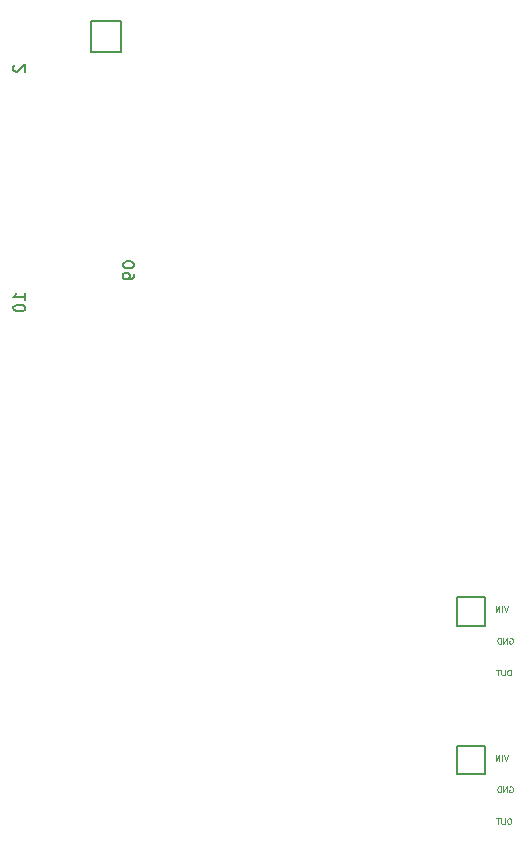
<source format=gbo>
G04 #@! TF.GenerationSoftware,KiCad,Pcbnew,5.0.2-bee76a0~70~ubuntu18.04.1*
G04 #@! TF.CreationDate,2019-07-08T18:19:28-05:00*
G04 #@! TF.ProjectId,BBB_SHIELD_V2,4242425f-5348-4494-954c-445f56322e6b,rev?*
G04 #@! TF.SameCoordinates,Original*
G04 #@! TF.FileFunction,Legend,Bot*
G04 #@! TF.FilePolarity,Positive*
%FSLAX46Y46*%
G04 Gerber Fmt 4.6, Leading zero omitted, Abs format (unit mm)*
G04 Created by KiCad (PCBNEW 5.0.2-bee76a0~70~ubuntu18.04.1) date Mon 08 Jul 2019 06:19:28 PM CDT*
%MOMM*%
%LPD*%
G01*
G04 APERTURE LIST*
%ADD10C,0.150000*%
%ADD11C,0.100000*%
G04 APERTURE END LIST*
D10*
G04 #@! TO.C,P12V1*
X167370000Y-121140000D02*
X169770000Y-121140000D01*
X167370000Y-123540000D02*
X167370000Y-121140000D01*
X169770000Y-123540000D02*
X167370000Y-123540000D01*
X169770000Y-121140000D02*
X169770000Y-123540000D01*
G04 #@! TO.C,P5V1*
X169770000Y-133740000D02*
X169770000Y-136140000D01*
X169770000Y-136140000D02*
X167370000Y-136140000D01*
X167370000Y-136140000D02*
X167370000Y-133740000D01*
X167370000Y-133740000D02*
X169770000Y-133740000D01*
G04 #@! TO.C,J4*
X138980000Y-72370000D02*
X138980000Y-74970000D01*
X138980000Y-74970000D02*
X136380000Y-74970000D01*
X136380000Y-74970000D02*
X136380000Y-72370000D01*
X136380000Y-72370000D02*
X138980000Y-72370000D01*
G04 #@! TO.C,P12V1*
D11*
X171870000Y-127266190D02*
X171774761Y-127266190D01*
X171727142Y-127290000D01*
X171679523Y-127337619D01*
X171655714Y-127432857D01*
X171655714Y-127599523D01*
X171679523Y-127694761D01*
X171727142Y-127742380D01*
X171774761Y-127766190D01*
X171870000Y-127766190D01*
X171917619Y-127742380D01*
X171965238Y-127694761D01*
X171989047Y-127599523D01*
X171989047Y-127432857D01*
X171965238Y-127337619D01*
X171917619Y-127290000D01*
X171870000Y-127266190D01*
X171441428Y-127266190D02*
X171441428Y-127670952D01*
X171417619Y-127718571D01*
X171393809Y-127742380D01*
X171346190Y-127766190D01*
X171250952Y-127766190D01*
X171203333Y-127742380D01*
X171179523Y-127718571D01*
X171155714Y-127670952D01*
X171155714Y-127266190D01*
X170989047Y-127266190D02*
X170703333Y-127266190D01*
X170846190Y-127766190D02*
X170846190Y-127266190D01*
X171846190Y-124590000D02*
X171893809Y-124566190D01*
X171965238Y-124566190D01*
X172036666Y-124590000D01*
X172084285Y-124637619D01*
X172108095Y-124685238D01*
X172131904Y-124780476D01*
X172131904Y-124851904D01*
X172108095Y-124947142D01*
X172084285Y-124994761D01*
X172036666Y-125042380D01*
X171965238Y-125066190D01*
X171917618Y-125066190D01*
X171846190Y-125042380D01*
X171822380Y-125018571D01*
X171822380Y-124851904D01*
X171917618Y-124851904D01*
X171608095Y-125066190D02*
X171608095Y-124566190D01*
X171322380Y-125066190D01*
X171322380Y-124566190D01*
X171084285Y-125066190D02*
X171084285Y-124566190D01*
X170965238Y-124566190D01*
X170893809Y-124590000D01*
X170846190Y-124637619D01*
X170822380Y-124685238D01*
X170798571Y-124780476D01*
X170798571Y-124851904D01*
X170822380Y-124947142D01*
X170846190Y-124994761D01*
X170893809Y-125042380D01*
X170965238Y-125066190D01*
X171084285Y-125066190D01*
X171679524Y-121866190D02*
X171512857Y-122366190D01*
X171346190Y-121866190D01*
X171179524Y-122366190D02*
X171179524Y-121866190D01*
X170941428Y-122366190D02*
X170941428Y-121866190D01*
X170655714Y-122366190D01*
X170655714Y-121866190D01*
G04 #@! TO.C,P5V1*
X171679524Y-134466190D02*
X171512857Y-134966190D01*
X171346190Y-134466190D01*
X171179524Y-134966190D02*
X171179524Y-134466190D01*
X170941428Y-134966190D02*
X170941428Y-134466190D01*
X170655714Y-134966190D01*
X170655714Y-134466190D01*
X171846190Y-137190000D02*
X171893809Y-137166190D01*
X171965238Y-137166190D01*
X172036666Y-137190000D01*
X172084285Y-137237619D01*
X172108095Y-137285238D01*
X172131904Y-137380476D01*
X172131904Y-137451904D01*
X172108095Y-137547142D01*
X172084285Y-137594761D01*
X172036666Y-137642380D01*
X171965238Y-137666190D01*
X171917618Y-137666190D01*
X171846190Y-137642380D01*
X171822380Y-137618571D01*
X171822380Y-137451904D01*
X171917618Y-137451904D01*
X171608095Y-137666190D02*
X171608095Y-137166190D01*
X171322380Y-137666190D01*
X171322380Y-137166190D01*
X171084285Y-137666190D02*
X171084285Y-137166190D01*
X170965238Y-137166190D01*
X170893809Y-137190000D01*
X170846190Y-137237619D01*
X170822380Y-137285238D01*
X170798571Y-137380476D01*
X170798571Y-137451904D01*
X170822380Y-137547142D01*
X170846190Y-137594761D01*
X170893809Y-137642380D01*
X170965238Y-137666190D01*
X171084285Y-137666190D01*
X171870000Y-139866190D02*
X171774761Y-139866190D01*
X171727142Y-139890000D01*
X171679523Y-139937619D01*
X171655714Y-140032857D01*
X171655714Y-140199523D01*
X171679523Y-140294761D01*
X171727142Y-140342380D01*
X171774761Y-140366190D01*
X171870000Y-140366190D01*
X171917619Y-140342380D01*
X171965238Y-140294761D01*
X171989047Y-140199523D01*
X171989047Y-140032857D01*
X171965238Y-139937619D01*
X171917619Y-139890000D01*
X171870000Y-139866190D01*
X171441428Y-139866190D02*
X171441428Y-140270952D01*
X171417619Y-140318571D01*
X171393809Y-140342380D01*
X171346190Y-140366190D01*
X171250952Y-140366190D01*
X171203333Y-140342380D01*
X171179523Y-140318571D01*
X171155714Y-140270952D01*
X171155714Y-139866190D01*
X170989047Y-139866190D02*
X170703333Y-139866190D01*
X170846190Y-140366190D02*
X170846190Y-139866190D01*
G04 #@! TO.C,J4*
D10*
X129927619Y-76084285D02*
X129880000Y-76131904D01*
X129832380Y-76227142D01*
X129832380Y-76465238D01*
X129880000Y-76560476D01*
X129927619Y-76608095D01*
X130022857Y-76655714D01*
X130118095Y-76655714D01*
X130260952Y-76608095D01*
X130832380Y-76036666D01*
X130832380Y-76655714D01*
X130832380Y-95979523D02*
X130832380Y-95408095D01*
X130832380Y-95693809D02*
X129832380Y-95693809D01*
X129975238Y-95598571D01*
X130070476Y-95503333D01*
X130118095Y-95408095D01*
X129832380Y-96598571D02*
X129832380Y-96693809D01*
X129880000Y-96789047D01*
X129927619Y-96836666D01*
X130022857Y-96884285D01*
X130213333Y-96931904D01*
X130451428Y-96931904D01*
X130641904Y-96884285D01*
X130737142Y-96836666D01*
X130784761Y-96789047D01*
X130832380Y-96693809D01*
X130832380Y-96598571D01*
X130784761Y-96503333D01*
X130737142Y-96455714D01*
X130641904Y-96408095D01*
X130451428Y-96360476D01*
X130213333Y-96360476D01*
X130022857Y-96408095D01*
X129927619Y-96455714D01*
X129880000Y-96503333D01*
X129832380Y-96598571D01*
X139082380Y-92946190D02*
X139082380Y-93041428D01*
X139130000Y-93136666D01*
X139177619Y-93184285D01*
X139272857Y-93231904D01*
X139463333Y-93279523D01*
X139701428Y-93279523D01*
X139891904Y-93231904D01*
X139987142Y-93184285D01*
X140034761Y-93136666D01*
X140082380Y-93041428D01*
X140082380Y-92946190D01*
X140034761Y-92850952D01*
X139987142Y-92803333D01*
X139891904Y-92755714D01*
X139701428Y-92708095D01*
X139463333Y-92708095D01*
X139272857Y-92755714D01*
X139177619Y-92803333D01*
X139130000Y-92850952D01*
X139082380Y-92946190D01*
X140082380Y-93755714D02*
X140082380Y-93946190D01*
X140034761Y-94041428D01*
X139987142Y-94089047D01*
X139844285Y-94184285D01*
X139653809Y-94231904D01*
X139272857Y-94231904D01*
X139177619Y-94184285D01*
X139130000Y-94136666D01*
X139082380Y-94041428D01*
X139082380Y-93850952D01*
X139130000Y-93755714D01*
X139177619Y-93708095D01*
X139272857Y-93660476D01*
X139510952Y-93660476D01*
X139606190Y-93708095D01*
X139653809Y-93755714D01*
X139701428Y-93850952D01*
X139701428Y-94041428D01*
X139653809Y-94136666D01*
X139606190Y-94184285D01*
X139510952Y-94231904D01*
G04 #@! TD*
M02*

</source>
